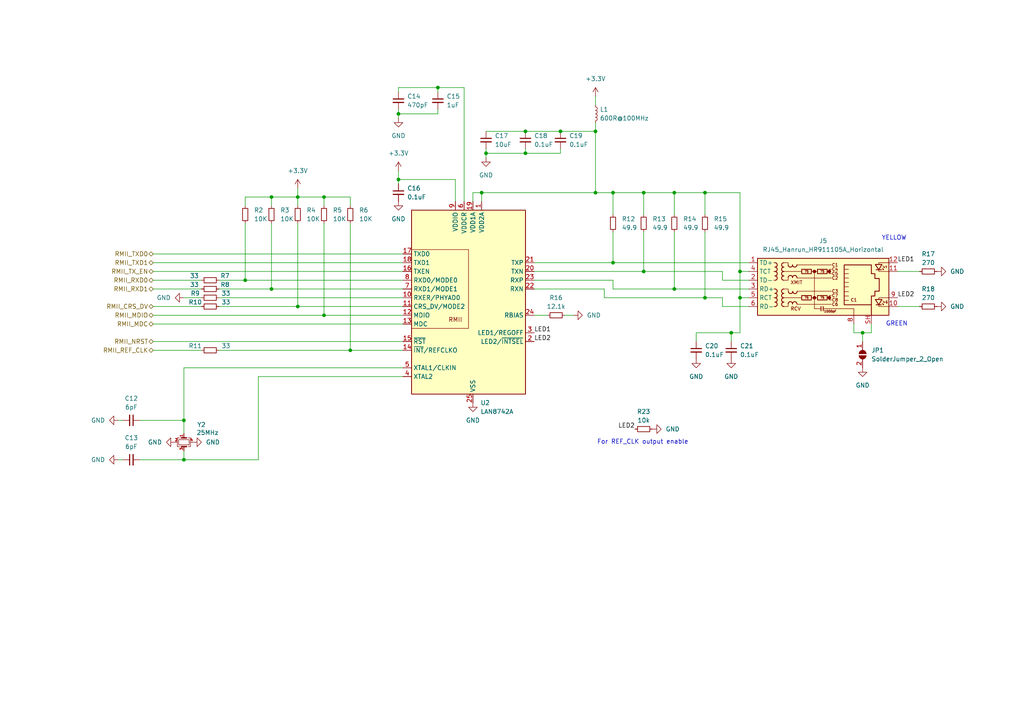
<source format=kicad_sch>
(kicad_sch (version 20231120) (generator "eeschema") (generator_version "8.0")
  (paper "A4")
  (lib_symbols
    (symbol "Connector:RJ45_Hanrun_HR911105A_Horizontal"
      (property "Reference" "J" (at 18.415 10.16 0))
      (property "Value" "RJ45_Hanrun_HR911105A_Horizontal" (at -19.05 10.16 0))
      (symbol "RJ45_Hanrun_HR911105A_Horizontal_0_0"
        (circle (center -1.27 -2.54) (radius 0.0001) (stroke (width 0.508)))
        (circle (center -1.27 5.08) (radius 0.0001) (stroke (width 0.508)))
        (polyline (pts (xy -1.27 5.08) (xy -1.27 -5.715)))
        (polyline (pts (xy 0.635 -5.08) (xy 0.635 -6.35)) (stroke (width 0.254)))
        (polyline (pts (xy 1.27 -5.08) (xy 1.27 -6.35)) (stroke (width 0.254)))
        (polyline (pts (xy 3.048 -2.54) (xy 2.54 -2.54)))
        (polyline (pts (xy 3.048 5.08) (xy 2.54 5.08)))
        (polyline (pts (xy 17.399 -3.048) (xy 17.399 -2.54) (xy 20.32 -2.54)))
        (polyline (pts (xy 17.399 7.112) (xy 17.399 7.62) (xy 20.32 7.62)))
        (polyline (pts (xy 20.32 -5.08) (xy 17.399 -5.08) (xy 17.399 -4.572)))
        (polyline (pts (xy 20.32 5.08) (xy 17.399 5.08) (xy 17.399 5.588)))
        (polyline (pts (xy 3.683 -1.905) (xy 3.048 -1.905) (xy 3.048 -3.175) (xy 3.683 -3.175)))
        (polyline (pts (xy 3.683 5.715) (xy 3.048 5.715) (xy 3.048 4.445) (xy 3.683 4.445)))
        (circle (center 3.048 -2.54) (radius 0.0001) (stroke (width 0.508)))
        (circle (center 3.048 5.08) (radius 0.0001) (stroke (width 0.508)))
        (text "C1" (at 4.699 6.985 0) (effects (font (size 0.889 0.889))))
        (text "C1" (at 10.16 -3.175 0) (effects (font (size 0.889 0.889))))
        (text "C2" (at 4.699 3.175 0) (effects (font (size 0.889 0.889))))
        (text "C3" (at 4.699 -0.635 0) (effects (font (size 0.889 0.889))))
        (text "C4" (at 4.699 5.715 0) (effects (font (size 0.889 0.889))))
        (text "C5" (at 4.699 4.445 0) (effects (font (size 0.889 0.889))))
        (text "C6" (at 4.699 -4.445 0) (effects (font (size 0.889 0.889))))
        (text "C7" (at 4.699 -1.905 0) (effects (font (size 0.889 0.889))))
        (text "C8" (at 4.699 -3.175 0) (effects (font (size 0.889 0.889))))
        (text "RCV" (at -8.255 -5.715 0) (effects (font (size 1.016 1.016)) (justify left)))
        (text "XMIT" (at -8.255 1.905 0) (effects (font (size 1.016 1.016)) (justify left)))
      )
      (symbol "RJ45_Hanrun_HR911105A_Horizontal_0_1"
        (rectangle (start -17.78 8.89) (end 20.32 -7.62) (stroke (width 0.254)) (fill (type background)))
        (polyline (pts (xy -12.7 -5.08) (xy -13.081 -5.08)))
        (polyline (pts (xy -12.7 -2.54) (xy -13.081 -2.54)))
        (polyline (pts (xy -12.7 0) (xy -13.081 0)))
        (polyline (pts (xy -12.7 2.54) (xy -13.081 2.54)))
        (polyline (pts (xy -12.7 5.08) (xy -13.081 5.08)))
        (polyline (pts (xy -12.7 7.62) (xy -13.081 7.62)))
        (polyline (pts (xy -6.35 -4.445) (xy 3.683 -4.445)))
        (polyline (pts (xy -6.35 3.175) (xy 3.683 3.175)))
        (polyline (pts (xy -6.35 6.985) (xy 3.683 6.985)))
        (polyline (pts (xy -6.223 -0.635) (xy 3.683 -0.635)))
        (polyline (pts (xy -5.08 -2.54) (xy -10.16 -2.54)))
        (polyline (pts (xy -4.953 5.08) (xy -10.16 5.08)))
        (polyline (pts (xy -2.159 -2.54) (xy -0.381 -2.54)))
        (polyline (pts (xy -2.159 5.08) (xy -0.381 5.08)))
        (polyline (pts (xy 0.635 -5.715) (xy -1.27 -5.715)))
        (polyline (pts (xy 7.366 -2.032) (xy 8.636 -2.032)))
        (polyline (pts (xy 7.366 -0.762) (xy 8.636 -0.762)))
        (polyline (pts (xy 7.366 0.635) (xy 8.636 0.635)))
        (polyline (pts (xy 7.366 1.905) (xy 8.636 1.905)))
        (polyline (pts (xy 7.366 3.175) (xy 8.636 3.175)))
        (polyline (pts (xy 8.636 -3.302) (xy 7.366 -3.302)))
        (polyline (pts (xy 8.636 4.445) (xy 7.366 4.445)))
        (polyline (pts (xy 8.636 5.715) (xy 7.366 5.715)))
        (polyline (pts (xy 10.16 -5.715) (xy 1.27 -5.715)))
        (polyline (pts (xy 10.16 -5.715) (xy 10.16 -7.62)))
        (polyline (pts (xy -10.16 0) (xy -8.89 0) (xy -8.89 -0.635)))
        (polyline (pts (xy -10.16 7.62) (xy -8.89 7.62) (xy -8.89 6.985)))
        (polyline (pts (xy -8.89 -4.445) (xy -8.89 -5.08) (xy -10.16 -5.08)))
        (polyline (pts (xy -8.89 3.175) (xy -8.89 2.54) (xy -10.16 2.54)))
      )
      (symbol "RJ45_Hanrun_HR911105A_Horizontal_1_0"
        (text "1000pF" (at 3.302 -6.477 0) (effects (font (size 0.635 0.635))))
      )
      (symbol "RJ45_Hanrun_HR911105A_Horizontal_1_1"
        (arc (start -12.7 -1.27) (mid -12.0677 -0.635) (end -12.7 0) (stroke (width 0.254)))
        (arc (start -12.6973 -5.08) (mid -12.065 -4.445) (end -12.6973 -3.81) (stroke (width 0.254)))
        (arc (start -12.6973 -3.81) (mid -12.065 -3.175) (end -12.6973 -2.54) (stroke (width 0.254)))
        (arc (start -12.6973 -2.54) (mid -12.065 -1.905) (end -12.6973 -1.27) (stroke (width 0.254)))
        (arc (start -12.6973 6.35) (mid -12.065 6.985) (end -12.6973 7.62) (stroke (width 0.254)))
        (arc (start -12.6946 2.54) (mid -12.0623 3.175) (end -12.6946 3.81) (stroke (width 0.254)))
        (arc (start -12.6946 3.81) (mid -12.0623 4.445) (end -12.6946 5.08) (stroke (width 0.254)))
        (arc (start -12.6946 5.08) (mid -12.0623 5.715) (end -12.6946 6.35) (stroke (width 0.254)))
        (arc (start -10.1654 -2.54) (mid -10.7977 -3.175) (end -10.1654 -3.81) (stroke (width 0.254)))
        (arc (start -10.1654 -1.27) (mid -10.7977 -1.905) (end -10.1654 -2.54) (stroke (width 0.254)))
        (arc (start -10.1654 0) (mid -10.7977 -0.635) (end -10.1654 -1.27) (stroke (width 0.254)))
        (arc (start -10.1654 5.08) (mid -10.7977 4.445) (end -10.1654 3.81) (stroke (width 0.254)))
        (arc (start -10.1654 6.35) (mid -10.7977 5.715) (end -10.1654 5.08) (stroke (width 0.254)))
        (arc (start -10.1654 7.62) (mid -10.7977 6.985) (end -10.1654 6.35) (stroke (width 0.254)))
        (arc (start -10.1627 -3.81) (mid -10.795 -4.445) (end -10.1627 -5.08) (stroke (width 0.254)))
        (arc (start -10.1627 3.81) (mid -10.795 3.175) (end -10.1627 2.54) (stroke (width 0.254)))
        (arc (start -8.89 6.9823) (mid -8.255 6.35) (end -7.62 6.9823) (stroke (width 0.254)))
        (arc (start -8.8265 -0.7012) (mid -8.1915 -1.3335) (end -7.5565 -0.7012) (stroke (width 0.254)))
        (arc (start -7.62 -4.3153) (mid -8.255 -3.683) (end -8.89 -4.3153) (stroke (width 0.254)))
        (arc (start -7.62 3.3047) (mid -8.255 3.937) (end -8.89 3.3047) (stroke (width 0.254)))
        (arc (start -7.62 6.985) (mid -6.985 6.3527) (end -6.35 6.985) (stroke (width 0.254)))
        (arc (start -7.5565 -0.6985) (mid -6.9215 -1.3308) (end -6.2865 -0.6985) (stroke (width 0.254)))
        (arc (start -6.35 -4.3126) (mid -6.985 -3.6803) (end -7.62 -4.3126) (stroke (width 0.254)))
        (arc (start -6.35 3.3074) (mid -6.985 3.9397) (end -7.62 3.3074) (stroke (width 0.254)))
        (rectangle (start -4.953 -1.905) (end -2.159 -3.175) (stroke (width 0.254)))
        (rectangle (start -4.953 5.715) (end -2.159 4.445) (stroke (width 0.254)))
        (rectangle (start -0.381 -1.905) (end 2.413 -3.175) (stroke (width 0.254)))
        (rectangle (start -0.381 5.715) (end 2.413 4.445) (stroke (width 0.254)))
        (polyline (pts (xy 15.24 -7.62) (xy 15.24 -4.572)) (stroke (width 0.254)))
        (polyline (pts (xy 18.161 -4.572) (xy 16.637 -4.572)) (stroke (width 0.254)))
        (polyline (pts (xy 18.161 5.588) (xy 16.637 5.588)) (stroke (width 0.254)))
        (polyline (pts (xy 18.796 -4.572) (xy 18.796 -4.318)))
        (polyline (pts (xy 18.796 5.588) (xy 18.796 5.842)))
        (polyline (pts (xy 19.05 -3.937) (xy 19.05 -3.683)))
        (polyline (pts (xy 19.05 6.223) (xy 19.05 6.477)))
        (polyline (pts (xy 18.288 -4.064) (xy 18.796 -4.572) (xy 18.542 -4.572)))
        (polyline (pts (xy 18.288 6.096) (xy 18.796 5.588) (xy 18.542 5.588)))
        (polyline (pts (xy 18.542 -3.429) (xy 19.05 -3.937) (xy 18.796 -3.937)))
        (polyline (pts (xy 18.542 6.731) (xy 19.05 6.223) (xy 18.796 6.223)))
        (polyline (pts (xy 18.288 -3.048) (xy 16.383 -3.048) (xy 17.399 -4.572) (xy 18.288 -3.048)) (stroke (width 0.254)))
        (polyline (pts (xy 18.288 7.112) (xy 16.383 7.112) (xy 17.399 5.588) (xy 18.288 7.112)) (stroke (width 0.254)))
        (polyline (pts (xy 7.366 -4.572) (xy 7.366 6.985) (xy 15.24 6.985) (xy 15.24 4.445) (xy 16.256 4.445) (xy 16.256 3.048) (xy 17.526 3.048) (xy 17.526 -0.635) (xy 16.256 -0.635) (xy 16.256 -2.032) (xy 15.24 -2.032) (xy 15.24 -4.572) (xy 7.366 -4.572)) (stroke (width 0.254)))
        (text "75" (at -3.556 -2.54 0) (effects (font (size 0.635 0.635))))
        (text "75" (at -3.556 5.08 0) (effects (font (size 0.635 0.635))))
        (text "75" (at 1.016 -2.54 0) (effects (font (size 0.635 0.635))))
        (text "75" (at 1.016 5.08 0) (effects (font (size 0.635 0.635))))
        (text "G" (at 19.685 -3.81 0) (effects (font (size 0.635 0.635))))
        (text "Y" (at 19.558 6.35 0) (effects (font (size 0.635 0.635))))
        (pin passive line (at -20.32 7.62 0) (length 2.54) (name "TD+") (number "1"))
        (pin passive line (at 22.86 -5.08 180) (length 2.54) (name "") (number "10"))
        (pin passive line (at 22.86 5.08 180) (length 2.54) (name "") (number "11"))
        (pin passive line (at 22.86 7.62 180) (length 2.54) (name "") (number "12"))
        (pin passive line (at -20.32 2.54 0) (length 2.54) (name "TD-") (number "2"))
        (pin passive line (at -20.32 0 0) (length 2.54) (name "RD+") (number "3"))
        (pin passive line (at -20.32 5.08 0) (length 2.54) (name "TCT") (number "4"))
        (pin passive line (at -20.32 -2.54 0) (length 2.54) (name "RCT") (number "5"))
        (pin passive line (at -20.32 -5.08 0) (length 2.54) (name "RD-") (number "6"))
        (pin no_connect line (at 20.32 0 0) (length 0) hide (name "NC") (number "7"))
        (pin power_in line (at 10.16 -10.16 90) (length 2.54) (name "") (number "8"))
        (pin passive line (at 22.86 -2.54 180) (length 2.54) (name "") (number "9"))
        (pin passive line (at 15.24 -10.16 90) (length 2.54) (name "") (number "SH"))
      )
    )
    (symbol "Device:C_Small" (pin_numbers hide) (pin_names (offset 0.254) hide)
      (property "Reference" "C" (at 0.254 1.778 0))
      (property "Value" "C_Small" (at 0.254 -2.032 0))
      (symbol "C_Small_0_1"
        (polyline (pts (xy -1.524 -0.508) (xy 1.524 -0.508)) (stroke (width 0.3302)))
        (polyline (pts (xy -1.524 0.508) (xy 1.524 0.508)) (stroke (width 0.3048)))
      )
      (symbol "C_Small_1_1"
        (pin passive line (at 0 2.54 270) (length 2.032) (name "~") (number "1"))
        (pin passive line (at 0 -2.54 90) (length 2.032) (name "~") (number "2"))
      )
    )
    (symbol "Device:Crystal_GND24_Small" (pin_names (offset 1.016) hide)
      (property "Reference" "Y" (at 1.27 4.445 0))
      (property "Value" "Crystal_GND24_Small" (at 1.27 2.54 0))
      (symbol "Crystal_GND24_Small_0_1"
        (rectangle (start -0.762 -1.524) (end 0.762 1.524))
        (polyline (pts (xy -1.27 -0.762) (xy -1.27 0.762)) (stroke (width 0.381)))
        (polyline (pts (xy 1.27 -0.762) (xy 1.27 0.762)) (stroke (width 0.381)))
        (polyline (pts (xy -1.27 -1.27) (xy -1.27 -1.905) (xy 1.27 -1.905) (xy 1.27 -1.27)))
        (polyline (pts (xy -1.27 1.27) (xy -1.27 1.905) (xy 1.27 1.905) (xy 1.27 1.27)))
      )
      (symbol "Crystal_GND24_Small_1_1"
        (pin passive line (at -2.54 0 0) (length 1.27) (name "1") (number "1"))
        (pin passive line (at 0 -2.54 90) (length 0.635) (name "2") (number "2"))
        (pin passive line (at 2.54 0 180) (length 1.27) (name "3") (number "3"))
        (pin passive line (at 0 2.54 270) (length 0.635) (name "4") (number "4"))
      )
    )
    (symbol "Device:L_Small" (pin_numbers hide) (pin_names (offset 0.254) hide)
      (property "Reference" "L" (at 0.762 1.016 0))
      (property "Value" "L_Small" (at 0.762 -1.016 0))
      (symbol "L_Small_0_1"
        (arc (start 0 -2.032) (mid 0.5058 -1.524) (end 0 -1.016))
        (arc (start 0 -1.016) (mid 0.5058 -0.508) (end 0 0))
        (arc (start 0 0) (mid 0.5058 0.508) (end 0 1.016))
        (arc (start 0 1.016) (mid 0.5058 1.524) (end 0 2.032))
      )
      (symbol "L_Small_1_1"
        (pin passive line (at 0 2.54 270) (length 0.508) (name "~") (number "1"))
        (pin passive line (at 0 -2.54 90) (length 0.508) (name "~") (number "2"))
      )
    )
    (symbol "Device:R_Small" (pin_numbers hide) (pin_names (offset 0.254) hide)
      (property "Reference" "R" (at 0.762 0.508 0))
      (property "Value" "R_Small" (at 0.762 -1.016 0))
      (symbol "R_Small_0_1"
        (rectangle (start -0.762 1.778) (end 0.762 -1.778) (stroke (width 0.2032)))
      )
      (symbol "R_Small_1_1"
        (pin passive line (at 0 2.54 270) (length 0.762) (name "~") (number "1"))
        (pin passive line (at 0 -2.54 90) (length 0.762) (name "~") (number "2"))
      )
    )
    (symbol "Interface_Ethernet:LAN8742A"
      (property "Reference" "U" (at -13.97 29.21 0))
      (property "Value" "LAN8742A" (at 15.24 29.21 0))
      (symbol "LAN8742A_0_0"
        (text "RMII" (at -5.08 -3.81 0) (effects (font (size 1.27 1.27))))
      )
      (symbol "LAN8742A_0_1"
        (rectangle (start -17.78 27.94) (end 15.24 -25.4) (stroke (width 0.254)) (fill (type background)))
        (polyline (pts (xy -17.78 -6.35) (xy -1.27 -6.35) (xy -1.27 16.51) (xy -17.78 16.51)))
      )
      (symbol "LAN8742A_1_1"
        (pin power_in line (at 2.54 30.48 270) (length 2.54) (name "VDD2A") (number "1"))
        (pin output line (at -20.32 2.54 0) (length 2.54) (name "RXER/PHYAD0") (number "10"))
        (pin bidirectional line (at -20.32 0 0) (length 2.54) (name "CRS_DV/MODE2") (number "11"))
        (pin bidirectional line (at -20.32 -2.54 0) (length 2.54) (name "MDIO") (number "12"))
        (pin input line (at -20.32 -5.08 0) (length 2.54) (name "MDC") (number "13"))
        (pin output line (at -20.32 -12.7 0) (length 2.54) (name "~{INT}/REFCLKO") (number "14"))
        (pin input line (at -20.32 -10.16 0) (length 2.54) (name "~{RST}") (number "15"))
        (pin input line (at -20.32 10.16 0) (length 2.54) (name "TXEN") (number "16"))
        (pin input line (at -20.32 15.24 0) (length 2.54) (name "TXD0") (number "17"))
        (pin input line (at -20.32 12.7 0) (length 2.54) (name "TXD1") (number "18"))
        (pin power_in line (at 0 30.48 270) (length 2.54) (name "VDD1A") (number "19"))
        (pin bidirectional line (at 17.78 -10.16 180) (length 2.54) (name "LED2/~{INTSEL}") (number "2"))
        (pin passive line (at 17.78 10.16 180) (length 2.54) (name "TXN") (number "20"))
        (pin passive line (at 17.78 12.7 180) (length 2.54) (name "TXP") (number "21"))
        (pin passive line (at 17.78 5.08 180) (length 2.54) (name "RXN") (number "22"))
        (pin passive line (at 17.78 7.62 180) (length 2.54) (name "RXP") (number "23"))
        (pin passive line (at 17.78 -2.54 180) (length 2.54) (name "RBIAS") (number "24"))
        (pin power_in line (at 0 -27.94 90) (length 2.54) (name "VSS") (number "25"))
        (pin bidirectional line (at 17.78 -7.62 180) (length 2.54) (name "LED1/REGOFF") (number "3"))
        (pin output line (at -20.32 -20.32 0) (length 2.54) (name "XTAL2") (number "4"))
        (pin input line (at -20.32 -17.78 0) (length 2.54) (name "XTAL1/CLKIN") (number "5"))
        (pin power_in line (at -2.54 30.48 270) (length 2.54) (name "VDDCR") (number "6"))
        (pin bidirectional line (at -20.32 5.08 0) (length 2.54) (name "RXD1/MODE1") (number "7"))
        (pin bidirectional line (at -20.32 7.62 0) (length 2.54) (name "RXD0/MODE0") (number "8"))
        (pin power_in line (at -5.08 30.48 270) (length 2.54) (name "VDDIO") (number "9"))
      )
    )
    (symbol "Jumper:SolderJumper_2_Open" (pin_names (offset 0) hide)
      (property "Reference" "JP" (at 0 2.032 0))
      (property "Value" "SolderJumper_2_Open" (at 0 -2.54 0))
      (symbol "SolderJumper_2_Open_0_1"
        (arc (start -0.254 1.016) (mid -1.2656 0) (end -0.254 -1.016))
        (arc (start -0.254 1.016) (mid -1.2656 0) (end -0.254 -1.016) (fill (type outline)))
        (polyline (pts (xy -0.254 1.016) (xy -0.254 -1.016)))
        (polyline (pts (xy 0.254 1.016) (xy 0.254 -1.016)))
        (arc (start 0.254 -1.016) (mid 1.2656 0) (end 0.254 1.016))
        (arc (start 0.254 -1.016) (mid 1.2656 0) (end 0.254 1.016) (fill (type outline)))
      )
      (symbol "SolderJumper_2_Open_1_1"
        (pin passive line (at -3.81 0 0) (length 2.54) (name "A") (number "1"))
        (pin passive line (at 3.81 0 180) (length 2.54) (name "B") (number "2"))
      )
    )
    (symbol "power:+3.3V" (power) (pin_names (offset 0))
      (property "Value" "+3.3V" (at 0 3.556 0))
      (symbol "+3.3V_0_1"
        (polyline (pts (xy -0.762 1.27) (xy 0 2.54)))
        (polyline (pts (xy 0 0) (xy 0 2.54)))
        (polyline (pts (xy 0 2.54) (xy 0.762 1.27)))
      )
      (symbol "+3.3V_1_1"
        (pin power_in line (at 0 0 90) (length 0) hide (name "+3.3V") (number "1"))
      )
    )
    (symbol "power:GND" (power) (pin_names (offset 0))
      (property "Value" "GND" (at 0 -3.81 0))
      (symbol "GND_0_1"
        (polyline (pts (xy 0 0) (xy 0 -1.27) (xy 1.27 -1.27) (xy 0 -2.54) (xy -1.27 -1.27) (xy 0 -1.27)))
      )
      (symbol "GND_1_1"
        (pin power_in line (at 0 0 270) (length 0) hide (name "GND") (number "1"))
      )
    )
  )
  (junction (at 204.47 55.88))
  (junction (at 53.34 133.35))
  (junction (at 78.74 57.15))
  (junction (at 53.34 121.92))
  (junction (at 214.63 78.74))
  (junction (at 101.6 101.6))
  (junction (at 186.69 55.88))
  (junction (at 172.72 38.1))
  (junction (at 115.57 33.02))
  (junction (at 78.74 83.82))
  (junction (at 139.7 55.88))
  (junction (at 177.8 76.2))
  (junction (at 115.57 52.07))
  (junction (at 195.58 55.88))
  (junction (at 93.98 91.44))
  (junction (at 250.19 96.52))
  (junction (at 204.47 86.36))
  (junction (at 93.98 57.15))
  (junction (at 214.63 86.36))
  (junction (at 86.36 88.9))
  (junction (at 152.4 44.45))
  (junction (at 162.56 38.1))
  (junction (at 127 25.4))
  (junction (at 71.12 81.28))
  (junction (at 86.36 57.15))
  (junction (at 195.58 83.82))
  (junction (at 212.09 96.52))
  (junction (at 140.97 44.45))
  (junction (at 177.8 55.88))
  (junction (at 172.72 55.88))
  (junction (at 152.4 38.1))
  (junction (at 186.69 78.74))
  (wire (pts (xy 204.47 55.88) (xy 204.47 62.23)))
  (wire (pts (xy 250.19 99.06) (xy 250.19 96.52)))
  (wire (pts (xy 116.84 86.36) (xy 63.5 86.36)))
  (wire (pts (xy 247.65 96.52) (xy 250.19 96.52)))
  (wire (pts (xy 162.56 44.45) (xy 152.4 44.45)))
  (wire (pts (xy 115.57 31.75) (xy 115.57 33.02)))
  (wire (pts (xy 172.72 55.88) (xy 177.8 55.88)))
  (wire (pts (xy 204.47 67.31) (xy 204.47 86.36)))
  (wire (pts (xy 162.56 38.1) (xy 172.72 38.1)))
  (wire (pts (xy 195.58 67.31) (xy 195.58 83.82)))
  (wire (pts (xy 44.45 73.66) (xy 116.84 73.66)))
  (wire (pts (xy 209.55 88.9) (xy 217.17 88.9)))
  (wire (pts (xy 71.12 59.69) (xy 71.12 57.15)))
  (wire (pts (xy 252.73 93.98) (xy 252.73 96.52)))
  (wire (pts (xy 44.45 81.28) (xy 58.42 81.28)))
  (wire (pts (xy 140.97 44.45) (xy 140.97 45.72)))
  (wire (pts (xy 186.69 67.31) (xy 186.69 78.74)))
  (wire (pts (xy 115.57 49.53) (xy 115.57 52.07)))
  (wire (pts (xy 214.63 86.36) (xy 214.63 96.52)))
  (wire (pts (xy 260.35 78.74) (xy 266.7 78.74)))
  (wire (pts (xy 137.16 58.42) (xy 137.16 55.88)))
  (wire (pts (xy 44.45 83.82) (xy 58.42 83.82)))
  (wire (pts (xy 53.34 106.68) (xy 53.34 121.92)))
  (wire (pts (xy 35.56 121.92) (xy 34.29 121.92)))
  (wire (pts (xy 152.4 44.45) (xy 140.97 44.45)))
  (wire (pts (xy 63.5 81.28) (xy 71.12 81.28)))
  (wire (pts (xy 134.62 25.4) (xy 127 25.4)))
  (wire (pts (xy 195.58 55.88) (xy 204.47 55.88)))
  (wire (pts (xy 177.8 83.82) (xy 195.58 83.82)))
  (wire (pts (xy 53.34 133.35) (xy 40.64 133.35)))
  (wire (pts (xy 44.45 101.6) (xy 58.42 101.6)))
  (wire (pts (xy 115.57 52.07) (xy 132.08 52.07)))
  (wire (pts (xy 172.72 38.1) (xy 172.72 55.88)))
  (wire (pts (xy 44.45 93.98) (xy 116.84 93.98)))
  (wire (pts (xy 140.97 38.1) (xy 152.4 38.1)))
  (wire (pts (xy 177.8 83.82) (xy 177.8 81.28)))
  (wire (pts (xy 74.93 109.22) (xy 116.84 109.22)))
  (wire (pts (xy 127 33.02) (xy 115.57 33.02)))
  (wire (pts (xy 44.45 99.06) (xy 116.84 99.06)))
  (wire (pts (xy 53.34 133.35) (xy 74.93 133.35)))
  (wire (pts (xy 71.12 64.77) (xy 71.12 81.28)))
  (wire (pts (xy 44.45 91.44) (xy 93.98 91.44)))
  (wire (pts (xy 209.55 78.74) (xy 209.55 81.28)))
  (wire (pts (xy 78.74 57.15) (xy 86.36 57.15)))
  (wire (pts (xy 212.09 96.52) (xy 212.09 99.06)))
  (wire (pts (xy 35.56 133.35) (xy 34.29 133.35)))
  (wire (pts (xy 158.75 91.44) (xy 154.94 91.44)))
  (wire (pts (xy 214.63 78.74) (xy 214.63 86.36)))
  (wire (pts (xy 250.19 96.52) (xy 252.73 96.52)))
  (wire (pts (xy 201.93 96.52) (xy 201.93 99.06)))
  (wire (pts (xy 186.69 78.74) (xy 209.55 78.74)))
  (wire (pts (xy 175.26 86.36) (xy 204.47 86.36)))
  (wire (pts (xy 44.45 76.2) (xy 116.84 76.2)))
  (wire (pts (xy 86.36 54.61) (xy 86.36 57.15)))
  (wire (pts (xy 78.74 57.15) (xy 78.74 59.69)))
  (wire (pts (xy 93.98 57.15) (xy 101.6 57.15)))
  (wire (pts (xy 177.8 55.88) (xy 177.8 62.23)))
  (wire (pts (xy 152.4 38.1) (xy 162.56 38.1)))
  (wire (pts (xy 140.97 43.18) (xy 140.97 44.45)))
  (wire (pts (xy 166.37 91.44) (xy 163.83 91.44)))
  (wire (pts (xy 154.94 76.2) (xy 177.8 76.2)))
  (wire (pts (xy 63.5 83.82) (xy 78.74 83.82)))
  (wire (pts (xy 162.56 43.18) (xy 162.56 44.45)))
  (wire (pts (xy 40.64 121.92) (xy 53.34 121.92)))
  (wire (pts (xy 177.8 76.2) (xy 217.17 76.2)))
  (wire (pts (xy 247.65 93.98) (xy 247.65 96.52)))
  (wire (pts (xy 115.57 33.02) (xy 115.57 34.29)))
  (wire (pts (xy 134.62 25.4) (xy 134.62 58.42)))
  (wire (pts (xy 177.8 67.31) (xy 177.8 76.2)))
  (wire (pts (xy 86.36 88.9) (xy 116.84 88.9)))
  (wire (pts (xy 137.16 55.88) (xy 139.7 55.88)))
  (wire (pts (xy 217.17 83.82) (xy 195.58 83.82)))
  (wire (pts (xy 78.74 83.82) (xy 116.84 83.82)))
  (wire (pts (xy 86.36 57.15) (xy 93.98 57.15)))
  (wire (pts (xy 63.5 88.9) (xy 86.36 88.9)))
  (wire (pts (xy 186.69 55.88) (xy 195.58 55.88)))
  (wire (pts (xy 177.8 81.28) (xy 154.94 81.28)))
  (wire (pts (xy 186.69 55.88) (xy 186.69 62.23)))
  (wire (pts (xy 260.35 88.9) (xy 266.7 88.9)))
  (wire (pts (xy 53.34 130.81) (xy 53.34 133.35)))
  (wire (pts (xy 152.4 43.18) (xy 152.4 44.45)))
  (wire (pts (xy 175.26 83.82) (xy 175.26 86.36)))
  (wire (pts (xy 212.09 96.52) (xy 201.93 96.52)))
  (wire (pts (xy 93.98 64.77) (xy 93.98 91.44)))
  (wire (pts (xy 78.74 64.77) (xy 78.74 83.82)))
  (wire (pts (xy 177.8 55.88) (xy 186.69 55.88)))
  (wire (pts (xy 115.57 25.4) (xy 127 25.4)))
  (wire (pts (xy 209.55 86.36) (xy 209.55 88.9)))
  (wire (pts (xy 44.45 78.74) (xy 116.84 78.74)))
  (wire (pts (xy 127 25.4) (xy 127 26.67)))
  (wire (pts (xy 195.58 55.88) (xy 195.58 62.23)))
  (wire (pts (xy 71.12 81.28) (xy 116.84 81.28)))
  (wire (pts (xy 154.94 83.82) (xy 175.26 83.82)))
  (wire (pts (xy 93.98 57.15) (xy 93.98 59.69)))
  (wire (pts (xy 44.45 88.9) (xy 58.42 88.9)))
  (wire (pts (xy 53.34 125.73) (xy 53.34 121.92)))
  (wire (pts (xy 53.34 86.36) (xy 58.42 86.36)))
  (wire (pts (xy 214.63 78.74) (xy 217.17 78.74)))
  (wire (pts (xy 209.55 86.36) (xy 204.47 86.36)))
  (wire (pts (xy 132.08 58.42) (xy 132.08 52.07)))
  (wire (pts (xy 74.93 109.22) (xy 74.93 133.35)))
  (wire (pts (xy 172.72 55.88) (xy 139.7 55.88)))
  (wire (pts (xy 101.6 101.6) (xy 116.84 101.6)))
  (wire (pts (xy 86.36 57.15) (xy 86.36 59.69)))
  (wire (pts (xy 139.7 55.88) (xy 139.7 58.42)))
  (wire (pts (xy 53.34 106.68) (xy 116.84 106.68)))
  (wire (pts (xy 172.72 35.56) (xy 172.72 38.1)))
  (wire (pts (xy 63.5 101.6) (xy 101.6 101.6)))
  (wire (pts (xy 214.63 86.36) (xy 217.17 86.36)))
  (wire (pts (xy 93.98 91.44) (xy 116.84 91.44)))
  (wire (pts (xy 115.57 53.34) (xy 115.57 52.07)))
  (wire (pts (xy 115.57 25.4) (xy 115.57 26.67)))
  (wire (pts (xy 101.6 57.15) (xy 101.6 59.69)))
  (wire (pts (xy 204.47 55.88) (xy 214.63 55.88)))
  (wire (pts (xy 101.6 64.77) (xy 101.6 101.6)))
  (wire (pts (xy 86.36 64.77) (xy 86.36 88.9)))
  (wire (pts (xy 154.94 78.74) (xy 186.69 78.74)))
  (wire (pts (xy 209.55 81.28) (xy 217.17 81.28)))
  (wire (pts (xy 172.72 27.94) (xy 172.72 30.48)))
  (wire (pts (xy 127 31.75) (xy 127 33.02)))
  (wire (pts (xy 214.63 55.88) (xy 214.63 78.74)))
  (wire (pts (xy 71.12 57.15) (xy 78.74 57.15)))
  (wire (pts (xy 214.63 96.52) (xy 212.09 96.52)))
  (text "YELLOW" (at 259.334 69.088 0) (effects (font (size 1.27 1.27))))
  (text "For REF_CLK output enable" (at 186.436 128.27 0) (effects (font (size 1.27 1.27))))
  (text "GREEN" (at 260.096 93.98 0) (effects (font (size 1.27 1.27))))
  (label "LED2" (at 260.35 86.36 0))
  (label "LED1" (at 260.35 76.2 0))
  (label "LED2" (at 184.15 124.46 180))
  (label "LED1" (at 154.94 96.52 0))
  (label "LED2" (at 154.94 99.06 0))
  (hierarchical_label "RMII_NRST" (shape bidirectional) (at 44.45 99.06 180))
  (hierarchical_label "RMII_TXD0" (shape bidirectional) (at 44.45 73.66 180))
  (hierarchical_label "RMII_MDC" (shape bidirectional) (at 44.45 93.98 180))
  (hierarchical_label "RMII_RXD0" (shape bidirectional) (at 44.45 81.28 180))
  (hierarchical_label "RMII_REF_CLK" (shape bidirectional) (at 44.45 101.6 180))
  (hierarchical_label "RMII_TXD1" (shape bidirectional) (at 44.45 76.2 180))
  (hierarchical_label "RMII_MDIO" (shape bidirectional) (at 44.45 91.44 180))
  (hierarchical_label "RMII_RXD1" (shape bidirectional) (at 44.45 83.82 180))
  (hierarchical_label "RMII_CRS_DV" (shape bidirectional) (at 44.45 88.9 180))
  (hierarchical_label "RMII_TX_EN" (shape bidirectional) (at 44.45 78.74 180))
  (symbol (lib_id "Device:R_Small") (at 60.96 83.82 270) (mirror x) (unit 1)
    (property "Reference" "R8" (at 65.278 82.55 90))
    (property "Value" "33" (at 56.388 82.55 90))
    (property "Footprint" "Resistor_SMD:R_0402_1005Metric" (effects (hide yes)))
    (property "Description" "Resistor, small symbol" (effects (hide yes)))
  )
  (symbol (lib_id "Device:C_Small") (at 162.56 40.64 0) (unit 1)
    (property "Reference" "C19" (at 165.1 39.3762 0) (effects (justify left)))
    (property "Value" "0.1uF" (at 165.1 41.9162 0) (effects (justify left)))
    (property "Footprint" "Capacitor_SMD:C_0402_1005Metric" (effects (hide yes)))
    (property "Description" "Unpolarized capacitor, small symbol" (effects (hide yes)))
  )
  (symbol (lib_id "Interface_Ethernet:LAN8742A") (at 137.16 88.9 0) (unit 1)
    (property "Reference" "U2" (at 139.3541 116.84 0) (effects (justify left)))
    (property "Value" "LAN8742A" (at 139.3541 119.38 0) (effects (justify left)))
    (property "Footprint" "Package_DFN_QFN:VQFN-24-1EP_4x4mm_P0.5mm_EP2.5x2.5mm_ThermalVias" (effects (hide yes)))
    (property "Datasheet" "http://ww1.microchip.com/downloads/en/DeviceDoc/8742a.pdf" (effects (hide yes)))
    (property "Description" "LAN8720 Ethernet PHY with RMII interface, QFN-24" (effects (hide yes)))
  )
  (symbol (lib_id "Device:R_Small") (at 78.74 62.23 0) (unit 1)
    (property "Reference" "R3" (at 81.28 60.9599 0) (effects (justify left)))
    (property "Value" "10K" (at 81.28 63.4999 0) (effects (justify left)))
    (property "Footprint" "Resistor_SMD:R_0402_1005Metric" (effects (hide yes)))
    (property "Description" "Resistor, small symbol" (effects (hide yes)))
  )
  (symbol (lib_id "Device:C_Small") (at 115.57 55.88 0) (unit 1)
    (property "Reference" "C16" (at 118.11 54.6162 0) (effects (justify left)))
    (property "Value" "0.1uF" (at 118.11 57.1562 0) (effects (justify left)))
    (property "Footprint" "Capacitor_SMD:C_0402_1005Metric" (effects (hide yes)))
    (property "Description" "Unpolarized capacitor, small symbol" (effects (hide yes)))
  )
  (symbol (lib_id "power:GND") (at 55.88 128.27 90) (unit 1)
    (property "Reference" "#PWR015" (effects (hide yes)))
    (property "Value" "GND" (at 59.69 128.2699 90) (effects (justify right)))
    (property "Description" "Power symbol creates a global label with name \"GND\" , ground" (effects (hide yes)))
  )
  (symbol (lib_id "Device:R_Small") (at 186.69 64.77 0) (unit 1)
    (property "Reference" "R13" (at 189.23 63.4999 0) (effects (justify left)))
    (property "Value" "49.9" (at 189.23 66.0399 0) (effects (justify left)))
    (property "Footprint" "Resistor_SMD:R_0402_1005Metric" (effects (hide yes)))
    (property "Description" "Resistor, small symbol" (effects (hide yes)))
  )
  (symbol (lib_id "power:GND") (at 271.78 78.74 90) (unit 1)
    (property "Reference" "#PWR026" (effects (hide yes)))
    (property "Value" "GND" (at 275.59 78.7399 90) (effects (justify right)))
    (property "Description" "Power symbol creates a global label with name \"GND\" , ground" (effects (hide yes)))
  )
  (symbol (lib_id "Device:C_Small") (at 127 29.21 0) (unit 1)
    (property "Reference" "C15" (at 129.54 27.9462 0) (effects (justify left)))
    (property "Value" "1uF" (at 129.54 30.4862 0) (effects (justify left)))
    (property "Footprint" "Capacitor_SMD:C_0603_1608Metric" (effects (hide yes)))
    (property "Description" "Unpolarized capacitor, small symbol" (effects (hide yes)))
  )
  (symbol (lib_id "Device:R_Small") (at 86.36 62.23 0) (unit 1)
    (property "Reference" "R4" (at 88.9 60.9599 0) (effects (justify left)))
    (property "Value" "10K" (at 88.9 63.4999 0) (effects (justify left)))
    (property "Footprint" "Resistor_SMD:R_0402_1005Metric" (effects (hide yes)))
    (property "Description" "Resistor, small symbol" (effects (hide yes)))
  )
  (symbol (lib_id "Device:C_Small") (at 115.57 29.21 0) (unit 1)
    (property "Reference" "C14" (at 118.11 27.9462 0) (effects (justify left)))
    (property "Value" "470pF" (at 118.11 30.4862 0) (effects (justify left)))
    (property "Footprint" "Capacitor_SMD:C_0402_1005Metric" (effects (hide yes)))
    (property "Description" "Unpolarized capacitor, small symbol" (effects (hide yes)))
  )
  (symbol (lib_id "Device:R_Small") (at 177.8 64.77 0) (unit 1)
    (property "Reference" "R12" (at 180.34 63.4999 0) (effects (justify left)))
    (property "Value" "49.9" (at 180.34 66.0399 0) (effects (justify left)))
    (property "Footprint" "Resistor_SMD:R_0402_1005Metric" (effects (hide yes)))
    (property "Description" "Resistor, small symbol" (effects (hide yes)))
  )
  (symbol (lib_id "Jumper:SolderJumper_2_Open") (at 250.19 102.87 270) (unit 1)
    (property "Reference" "JP1" (at 252.73 101.5999 90) (effects (justify left)))
    (property "Value" "SolderJumper_2_Open" (at 252.73 104.1399 90) (effects (justify left)))
    (property "Footprint" "Jumper:SolderJumper-2_P1.3mm_Open_RoundedPad1.0x1.5mm" (effects (hide yes)))
    (property "Description" "Solder Jumper, 2-pole, open" (effects (hide yes)))
  )
  (symbol (lib_id "power:+3.3V") (at 172.72 27.94 0) (mirror y) (unit 1)
    (property "Reference" "#PWR017" (effects (hide yes)))
    (property "Value" "+3.3V" (at 172.72 22.86 0))
    (property "Description" "Power symbol creates a global label with name \"+3.3V\"" (effects (hide yes)))
  )
  (symbol (lib_id "power:GND") (at 189.23 124.46 90) (unit 1)
    (property "Reference" "#PWR058" (effects (hide yes)))
    (property "Value" "GND" (at 193.04 124.4599 90) (effects (justify right)))
    (property "Description" "Power symbol creates a global label with name \"GND\" , ground" (effects (hide yes)))
  )
  (symbol (lib_id "Device:R_Small") (at 195.58 64.77 0) (unit 1)
    (property "Reference" "R14" (at 198.12 63.4999 0) (effects (justify left)))
    (property "Value" "49.9" (at 198.12 66.0399 0) (effects (justify left)))
    (property "Footprint" "Resistor_SMD:R_0402_1005Metric" (effects (hide yes)))
    (property "Description" "Resistor, small symbol" (effects (hide yes)))
  )
  (symbol (lib_id "Device:R_Small") (at 93.98 62.23 0) (unit 1)
    (property "Reference" "R5" (at 96.52 60.9599 0) (effects (justify left)))
    (property "Value" "10K" (at 96.52 63.4999 0) (effects (justify left)))
    (property "Footprint" "Resistor_SMD:R_0402_1005Metric" (effects (hide yes)))
    (property "Description" "Resistor, small symbol" (effects (hide yes)))
  )
  (symbol (lib_id "power:GND") (at 250.19 106.68 0) (unit 1)
    (property "Reference" "#PWR024" (effects (hide yes)))
    (property "Value" "GND" (at 250.19 111.76 0))
    (property "Description" "Power symbol creates a global label with name \"GND\" , ground" (effects (hide yes)))
  )
  (symbol (lib_id "Device:R_Small") (at 60.96 88.9 90) (unit 1)
    (property "Reference" "R10" (at 56.642 87.63 90))
    (property "Value" "33" (at 65.532 87.63 90))
    (property "Footprint" "Resistor_SMD:R_0402_1005Metric" (effects (hide yes)))
    (property "Description" "Resistor, small symbol" (effects (hide yes)))
  )
  (symbol (lib_id "Device:R_Small") (at 269.24 88.9 90) (unit 1)
    (property "Reference" "R18" (at 269.24 83.82 90))
    (property "Value" "270" (at 269.24 86.36 90))
    (property "Footprint" "Resistor_SMD:R_0402_1005Metric" (effects (hide yes)))
    (property "Description" "Resistor, small symbol" (effects (hide yes)))
  )
  (symbol (lib_id "power:GND") (at 201.93 104.14 0) (unit 1)
    (property "Reference" "#PWR028" (effects (hide yes)))
    (property "Value" "GND" (at 201.93 109.22 0))
    (property "Description" "Power symbol creates a global label with name \"GND\" , ground" (effects (hide yes)))
  )
  (symbol (lib_id "power:GND") (at 212.09 104.14 0) (unit 1)
    (property "Reference" "#PWR029" (effects (hide yes)))
    (property "Value" "GND" (at 212.09 109.22 0))
    (property "Description" "Power symbol creates a global label with name \"GND\" , ground" (effects (hide yes)))
  )
  (symbol (lib_id "Device:R_Small") (at 60.96 86.36 90) (unit 1)
    (property "Reference" "R9" (at 56.642 85.09 90))
    (property "Value" "33" (at 65.532 85.09 90))
    (property "Footprint" "Resistor_SMD:R_0402_1005Metric" (effects (hide yes)))
    (property "Description" "Resistor, small symbol" (effects (hide yes)))
  )
  (symbol (lib_id "power:GND") (at 271.78 88.9 90) (unit 1)
    (property "Reference" "#PWR027" (effects (hide yes)))
    (property "Value" "GND" (at 275.59 88.8999 90) (effects (justify right)))
    (property "Description" "Power symbol creates a global label with name \"GND\" , ground" (effects (hide yes)))
  )
  (symbol (lib_id "Device:C_Small") (at 38.1 121.92 270) (unit 1)
    (property "Reference" "C12" (at 38.0936 115.57 90))
    (property "Value" "6pF" (at 38.0936 118.11 90))
    (property "Footprint" "Capacitor_SMD:C_0402_1005Metric" (effects (hide yes)))
    (property "Description" "Unpolarized capacitor, small symbol" (effects (hide yes)))
  )
  (symbol (lib_id "Device:R_Small") (at 161.29 91.44 90) (unit 1)
    (property "Reference" "R16" (at 161.29 86.36 90))
    (property "Value" "12.1k" (at 161.29 88.9 90))
    (property "Footprint" "Resistor_SMD:R_0402_1005Metric" (effects (hide yes)))
    (property "Description" "Resistor, small symbol" (effects (hide yes)))
  )
  (symbol (lib_id "power:GND") (at 166.37 91.44 90) (unit 1)
    (property "Reference" "#PWR025" (effects (hide yes)))
    (property "Value" "GND" (at 170.18 91.4399 90) (effects (justify right)))
    (property "Description" "Power symbol creates a global label with name \"GND\" , ground" (effects (hide yes)))
  )
  (symbol (lib_id "power:GND") (at 34.29 121.92 270) (unit 1)
    (property "Reference" "#PWR012" (effects (hide yes)))
    (property "Value" "GND" (at 30.48 121.9199 90) (effects (justify right)))
    (property "Description" "Power symbol creates a global label with name \"GND\" , ground" (effects (hide yes)))
  )
  (symbol (lib_id "Device:C_Small") (at 140.97 40.64 0) (unit 1)
    (property "Reference" "C17" (at 143.51 39.3762 0) (effects (justify left)))
    (property "Value" "10uF" (at 143.51 41.9162 0) (effects (justify left)))
    (property "Footprint" "Capacitor_SMD:C_0805_2012Metric" (effects (hide yes)))
    (property "Description" "Unpolarized capacitor, small symbol" (effects (hide yes)))
  )
  (symbol (lib_id "power:GND") (at 34.29 133.35 270) (unit 1)
    (property "Reference" "#PWR013" (effects (hide yes)))
    (property "Value" "GND" (at 30.48 133.3499 90) (effects (justify right)))
    (property "Description" "Power symbol creates a global label with name \"GND\" , ground" (effects (hide yes)))
  )
  (symbol (lib_id "Device:R_Small") (at 101.6 62.23 0) (unit 1)
    (property "Reference" "R6" (at 104.14 60.9599 0) (effects (justify left)))
    (property "Value" "10K" (at 104.14 63.4999 0) (effects (justify left)))
    (property "Footprint" "Resistor_SMD:R_0402_1005Metric" (effects (hide yes)))
    (property "Description" "Resistor, small symbol" (effects (hide yes)))
  )
  (symbol (lib_id "Device:R_Small") (at 269.24 78.74 90) (unit 1)
    (property "Reference" "R17" (at 269.24 73.66 90))
    (property "Value" "270" (at 269.24 76.2 90))
    (property "Footprint" "Resistor_SMD:R_0402_1005Metric" (effects (hide yes)))
    (property "Description" "Resistor, small symbol" (effects (hide yes)))
  )
  (symbol (lib_id "power:GND") (at 140.97 45.72 0) (unit 1)
    (property "Reference" "#PWR023" (effects (hide yes)))
    (property "Value" "GND" (at 140.97 50.8 0))
    (property "Description" "Power symbol creates a global label with name \"GND\" , ground" (effects (hide yes)))
  )
  (symbol (lib_id "Device:R_Small") (at 204.47 64.77 0) (unit 1)
    (property "Reference" "R15" (at 207.01 63.4999 0) (effects (justify left)))
    (property "Value" "49.9" (at 207.01 66.0399 0) (effects (justify left)))
    (property "Footprint" "Resistor_SMD:R_0402_1005Metric" (effects (hide yes)))
    (property "Description" "Resistor, small symbol" (effects (hide yes)))
  )
  (symbol (lib_id "power:+3.3V") (at 86.36 54.61 0) (mirror y) (unit 1)
    (property "Reference" "#PWR019" (effects (hide yes)))
    (property "Value" "+3.3V" (at 86.36 49.53 0))
    (property "Description" "Power symbol creates a global label with name \"+3.3V\"" (effects (hide yes)))
  )
  (symbol (lib_id "power:GND") (at 53.34 86.36 270) (unit 1)
    (property "Reference" "#PWR016" (effects (hide yes)))
    (property "Value" "GND" (at 49.53 86.3599 90) (effects (justify right)))
    (property "Description" "Power symbol creates a global label with name \"GND\" , ground" (effects (hide yes)))
  )
  (symbol (lib_id "power:+3.3V") (at 115.57 49.53 0) (mirror y) (unit 1)
    (property "Reference" "#PWR020" (effects (hide yes)))
    (property "Value" "+3.3V" (at 115.57 44.45 0))
    (property "Description" "Power symbol creates a global label with name \"+3.3V\"" (effects (hide yes)))
  )
  (symbol (lib_id "Device:R_Small") (at 186.69 124.46 90) (unit 1)
    (property "Reference" "R23" (at 186.69 119.38 90))
    (property "Value" "10k" (at 186.69 121.92 90))
    (property "Footprint" "Resistor_SMD:R_0402_1005Metric" (effects (hide yes)))
    (property "Description" "Resistor, small symbol" (effects (hide yes)))
  )
  (symbol (lib_id "power:GND") (at 115.57 34.29 0) (unit 1)
    (property "Reference" "#PWR022" (effects (hide yes)))
    (property "Value" "GND" (at 115.57 39.37 0))
    (property "Description" "Power symbol creates a global label with name \"GND\" , ground" (effects (hide yes)))
  )
  (symbol (lib_id "Device:R_Small") (at 60.96 81.28 270) (mirror x) (unit 1)
    (property "Reference" "R7" (at 65.278 80.01 90))
    (property "Value" "33" (at 56.388 80.01 90))
    (property "Footprint" "Resistor_SMD:R_0402_1005Metric" (effects (hide yes)))
    (property "Description" "Resistor, small symbol" (effects (hide yes)))
  )
  (symbol (lib_id "power:GND") (at 137.16 116.84 0) (unit 1)
    (property "Reference" "#PWR018" (effects (hide yes)))
    (property "Value" "GND" (at 137.16 121.92 0))
    (property "Description" "Power symbol creates a global label with name \"GND\" , ground" (effects (hide yes)))
  )
  (symbol (lib_id "Device:C_Small") (at 212.09 101.6 0) (unit 1)
    (property "Reference" "C21" (at 214.63 100.3362 0) (effects (justify left)))
    (property "Value" "0.1uF" (at 214.63 102.8762 0) (effects (justify left)))
    (property "Footprint" "Capacitor_SMD:C_0402_1005Metric" (effects (hide yes)))
    (property "Description" "Unpolarized capacitor, small symbol" (effects (hide yes)))
  )
  (symbol (lib_id "Device:Crystal_GND24_Small") (at 53.34 128.27 270) (unit 1)
    (property "Reference" "Y2" (at 58.42 123.19 90))
    (property "Value" "25MHz" (at 60.198 125.476 90))
    (property "Footprint" "Crystal:Crystal_SMD_2016-4Pin_2.0x1.6mm" (effects (hide yes)))
    (property "Description" "Four pin crystal, GND on pins 2 and 4, small symbol" (effects (hide yes)))
  )
  (symbol (lib_id "Device:C_Small") (at 38.1 133.35 90) (unit 1)
    (property "Reference" "C13" (at 38.1063 127 90))
    (property "Value" "6pF" (at 38.1063 129.54 90))
    (property "Footprint" "Capacitor_SMD:C_0402_1005Metric" (effects (hide yes)))
    (property "Description" "Unpolarized capacitor, small symbol" (effects (hide yes)))
  )
  (symbol (lib_id "Device:L_Small") (at 172.72 33.02 0) (unit 1)
    (property "Reference" "L1" (at 173.99 31.7499 0) (effects (justify left)))
    (property "Value" "600R@100MHz" (at 173.99 34.2899 0) (effects (justify left)))
    (property "Footprint" "Inductor_SMD:L_0603_1608Metric" (effects (hide yes)))
    (property "Description" "Inductor, small symbol" (effects (hide yes)))
  )
  (symbol (lib_id "Device:R_Small") (at 60.96 101.6 90) (unit 1)
    (property "Reference" "R11" (at 56.642 100.33 90))
    (property "Value" "33" (at 65.532 100.33 90))
    (property "Footprint" "Resistor_SMD:R_0402_1005Metric" (effects (hide yes)))
    (property "Description" "Resistor, small symbol" (effects (hide yes)))
  )
  (symbol (lib_id "Device:R_Small") (at 71.12 62.23 0) (unit 1)
    (property "Reference" "R2" (at 73.66 60.9599 0) (effects (justify left)))
    (property "Value" "10K" (at 73.66 63.4999 0) (effects (justify left)))
    (property "Footprint" "Resistor_SMD:R_0402_1005Metric" (effects (hide yes)))
    (property "Description" "Resistor, small symbol" (effects (hide yes)))
  )
  (symbol (lib_id "power:GND") (at 50.8 128.27 270) (unit 1)
    (property "Reference" "#PWR014" (effects (hide yes)))
    (property "Value" "GND" (at 46.99 128.2699 90) (effects (justify right)))
    (property "Description" "Power symbol creates a global label with name \"GND\" , ground" (effects (hide yes)))
  )
  (symbol (lib_id "Device:C_Small") (at 201.93 101.6 0) (unit 1)
    (property "Reference" "C20" (at 204.47 100.3362 0) (effects (justify left)))
    (property "Value" "0.1uF" (at 204.47 102.8762 0) (effects (justify left)))
    (property "Footprint" "Capacitor_SMD:C_0402_1005Metric" (effects (hide yes)))
    (property "Description" "Unpolarized capacitor, small symbol" (effects (hide yes)))
  )
  (symbol (lib_id "power:GND") (at 115.57 58.42 0) (unit 1)
    (property "Reference" "#PWR021" (effects (hide yes)))
    (property "Value" "GND" (at 115.57 63.5 0))
    (property "Description" "Power symbol creates a global label with name \"GND\" , ground" (effects (hide yes)))
  )
  (symbol (lib_id "Device:C_Small") (at 152.4 40.64 0) (unit 1)
    (property "Reference" "C18" (at 154.94 39.3762 0) (effects (justify left)))
    (property "Value" "0.1uF" (at 154.94 41.9162 0) (effects (justify left)))
    (property "Footprint" "Capacitor_SMD:C_0402_1005Metric" (effects (hide yes)))
    (property "Description" "Unpolarized capacitor, small symbol" (effects (hide yes)))
  )
  (symbol (lib_id "Connector:RJ45_Hanrun_HR911105A_Horizontal") (at 237.49 83.82 0) (unit 1)
    (property "Reference" "J5" (at 238.76 69.85 0))
    (property "Value" "RJ45_Hanrun_HR911105A_Horizontal" (at 238.76 72.39 0))
    (property "Footprint" "Connector_RJ:RJ45_Hanrun_HR911105A_Horizontal" (effects (hide yes)))
    (property "Datasheet" "https://datasheet.lcsc.com/lcsc/1811141815_HANRUN-Zhongshan-HanRun-Elec-HR911105A_C12074.pdf" (effects (hide yes)))
    (property "Description" "1 Port RJ45 Magjack Connector Through Hole 10/100 Base-T, AutoMDIX" (effects (hide yes)))
  )
)
</source>
